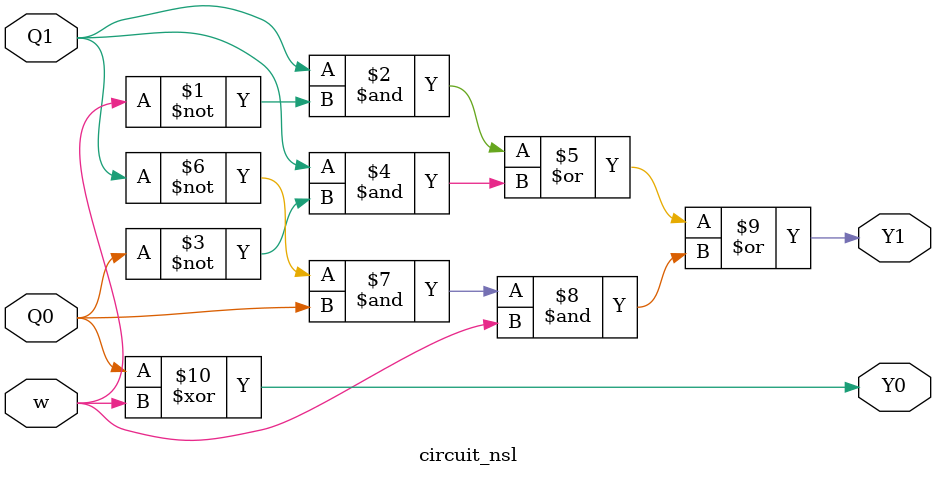
<source format=v>
module circuit_nsl (w, Q1, Q0, Y1, Y0);
	input w, Q1, Q0;
	output Y1, Y0;
	
	assign Y1 = (Q1&~w)|(Q1&~Q0)|(~Q1&Q0&w);
	assign Y0= (Q0 ^ w);
	
endmodule
</source>
